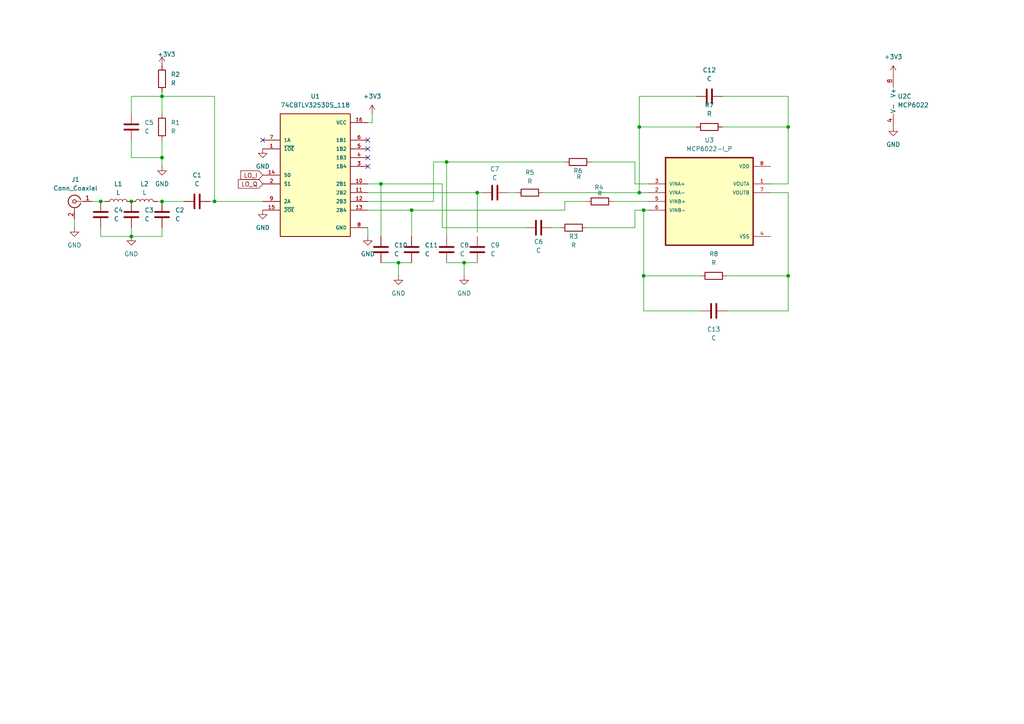
<source format=kicad_sch>
(kicad_sch (version 20250114) (generator "eeschema") (generator_version "9.0")
  (paper "A4")
  (lib_symbols
    (symbol "74CBTLV3253DS_118:74CBTLV3253DS_118" (pin_names (offset 1.016))
      (property "Reference" "U" (at -10.16 18.542 0))
      (property "Value" "74CBTLV3253DS_118" (at -10.16 -20.32 0))
      (symbol "74CBTLV3253DS_118_0_0"
        (rectangle (start -10.16 -17.78) (end 10.16 17.78) (stroke (width 0.254)) (fill (type background)))
        (pin bidirectional line (at -15.24 10.16 0) (length 5.08) (name "1A") (number "7"))
        (pin input line (at -15.24 7.62 0) (length 5.08) (name "~{1OE}") (number "1"))
        (pin input line (at -15.24 0 0) (length 5.08) (name "S0") (number "14"))
        (pin input line (at -15.24 -2.54 0) (length 5.08) (name "S1") (number "2"))
        (pin bidirectional line (at -15.24 -7.62 0) (length 5.08) (name "2A") (number "9"))
        (pin input line (at -15.24 -10.16 0) (length 5.08) (name "~{2OE}") (number "15"))
        (pin power_in line (at 15.24 15.24 180) (length 5.08) (name "VCC") (number "16"))
        (pin bidirectional line (at 15.24 10.16 180) (length 5.08) (name "1B1") (number "6"))
        (pin bidirectional line (at 15.24 7.62 180) (length 5.08) (name "1B2") (number "5"))
        (pin bidirectional line (at 15.24 5.08 180) (length 5.08) (name "1B3") (number "4"))
        (pin bidirectional line (at 15.24 2.54 180) (length 5.08) (name "1B4") (number "3"))
        (pin bidirectional line (at 15.24 -2.54 180) (length 5.08) (name "2B1") (number "10"))
        (pin bidirectional line (at 15.24 -5.08 180) (length 5.08) (name "2B2") (number "11"))
        (pin bidirectional line (at 15.24 -7.62 180) (length 5.08) (name "2B3") (number "12"))
        (pin bidirectional line (at 15.24 -10.16 180) (length 5.08) (name "2B4") (number "13"))
        (pin power_in line (at 15.24 -15.24 180) (length 5.08) (name "GND") (number "8"))
      )
    )
    (symbol "Amplifier_Operational:MCP6022" (pin_names (offset 0.127))
      (property "Reference" "U" (at 0 5.08 0))
      (property "Value" "MCP6022" (at 0 -5.08 0))
      (symbol "MCP6022_1_1"
        (polyline (pts (xy -5.08 5.08) (xy 5.08 0) (xy -5.08 -5.08) (xy -5.08 5.08)) (stroke (width 0.254)) (fill (type background)))
        (pin input line (at -7.62 2.54 0) (length 2.54) (name "+") (number "3"))
        (pin input line (at -7.62 -2.54 0) (length 2.54) (name "-") (number "2"))
        (pin output line (at 7.62 0 180) (length 2.54) (name "~") (number "1"))
      )
      (symbol "MCP6022_2_1"
        (polyline (pts (xy -5.08 5.08) (xy 5.08 0) (xy -5.08 -5.08) (xy -5.08 5.08)) (stroke (width 0.254)) (fill (type background)))
        (pin input line (at -7.62 2.54 0) (length 2.54) (name "+") (number "5"))
        (pin input line (at -7.62 -2.54 0) (length 2.54) (name "-") (number "6"))
        (pin output line (at 7.62 0 180) (length 2.54) (name "~") (number "7"))
      )
      (symbol "MCP6022_3_1"
        (pin power_in line (at -2.54 7.62 270) (length 3.81) (name "V+") (number "8"))
        (pin power_in line (at -2.54 -7.62 90) (length 3.81) (name "V-") (number "4"))
      )
    )
    (symbol "Connector:Conn_Coaxial" (pin_names (offset 1.016) (hide yes))
      (property "Reference" "J" (at 0.254 3.048 0))
      (property "Value" "Conn_Coaxial" (at 2.921 0 90))
      (symbol "Conn_Coaxial_0_1"
        (polyline (pts (xy -2.54 0) (xy -0.508 0)))
        (arc (start 1.778 0) (mid 0.222 -1.8079) (end -1.778 -0.508) (stroke (width 0.254)))
        (arc (start -1.778 0.508) (mid 0.2221 1.8084) (end 1.778 0) (stroke (width 0.254)))
        (circle (center 0 0) (radius 0.508) (stroke (width 0.2032)))
        (polyline (pts (xy 0 -2.54) (xy 0 -1.778)))
      )
      (symbol "Conn_Coaxial_1_1"
        (pin passive line (at -5.08 0 0) (length 2.54) (name "In") (number "1"))
        (pin passive line (at 0 -5.08 90) (length 2.54) (name "Ext") (number "2"))
      )
    )
    (symbol "Device:C" (pin_numbers (hide yes)) (pin_names (offset 0.254))
      (property "Reference" "C" (at 0.635 2.54 0))
      (property "Value" "C" (at 0.635 -2.54 0))
      (symbol "C_0_1"
        (polyline (pts (xy -2.032 0.762) (xy 2.032 0.762)) (stroke (width 0.508)))
        (polyline (pts (xy -2.032 -0.762) (xy 2.032 -0.762)) (stroke (width 0.508)))
      )
      (symbol "C_1_1"
        (pin passive line (at 0 3.81 270) (length 2.794) (name "~") (number "1"))
        (pin passive line (at 0 -3.81 90) (length 2.794) (name "~") (number "2"))
      )
    )
    (symbol "Device:L" (pin_numbers (hide yes)) (pin_names (offset 1.016) (hide yes))
      (property "Reference" "L" (at -1.27 0 90))
      (property "Value" "L" (at 1.905 0 90))
      (symbol "L_0_1"
        (arc (start 0 2.54) (mid 0.6323 1.905) (end 0 1.27))
        (arc (start 0 1.27) (mid 0.6323 0.635) (end 0 0))
        (arc (start 0 0) (mid 0.6323 -0.635) (end 0 -1.27))
        (arc (start 0 -1.27) (mid 0.6323 -1.905) (end 0 -2.54))
      )
      (symbol "L_1_1"
        (pin passive line (at 0 3.81 270) (length 1.27) (name "1") (number "1"))
        (pin passive line (at 0 -3.81 90) (length 1.27) (name "2") (number "2"))
      )
    )
    (symbol "Device:R" (pin_numbers (hide yes)) (pin_names (offset 0))
      (property "Reference" "R" (at 2.032 0 90))
      (property "Value" "R" (at 0 0 90))
      (symbol "R_0_1"
        (rectangle (start -1.016 -2.54) (end 1.016 2.54) (stroke (width 0.254)))
      )
      (symbol "R_1_1"
        (pin passive line (at 0 3.81 270) (length 1.27) (name "~") (number "1"))
        (pin passive line (at 0 -3.81 90) (length 1.27) (name "~") (number "2"))
      )
    )
    (symbol "MCP6022-I_P:MCP6022-I_P" (pin_names (offset 1.016))
      (property "Reference" "U" (at -12.7 13.7 0))
      (property "Value" "MCP6022-I_P" (at -12.7 -16.7 0))
      (symbol "MCP6022-I_P_0_0"
        (rectangle (start -12.7 -12.7) (end 12.7 12.7) (stroke (width 0.41)) (fill (type background)))
        (pin input line (at -17.78 5.08 0) (length 5.08) (name "VINA+") (number "3"))
        (pin input line (at -17.78 2.54 0) (length 5.08) (name "VINA-") (number "2"))
        (pin input line (at -17.78 0 0) (length 5.08) (name "VINB+") (number "5"))
        (pin input line (at -17.78 -2.54 0) (length 5.08) (name "VINB-") (number "6"))
        (pin power_in line (at 17.78 10.16 180) (length 5.08) (name "VDD") (number "8"))
        (pin output line (at 17.78 5.08 180) (length 5.08) (name "VOUTA") (number "1"))
        (pin output line (at 17.78 2.54 180) (length 5.08) (name "VOUTB") (number "7"))
        (pin power_in line (at 17.78 -10.16 180) (length 5.08) (name "VSS") (number "4"))
      )
    )
    (symbol "power:+3V3" (power) (pin_numbers (hide yes)) (pin_names (offset 0) (hide yes))
      (property "Value" "+3V3" (at 0 3.556 0))
      (symbol "+3V3_0_1"
        (polyline (pts (xy -0.762 1.27) (xy 0 2.54)))
        (polyline (pts (xy 0 2.54) (xy 0.762 1.27)))
        (polyline (pts (xy 0 0) (xy 0 2.54)))
      )
      (symbol "+3V3_1_1"
        (pin power_in line (at 0 0 90) (length 0) (name "~") (number "1"))
      )
    )
    (symbol "power:GND" (power) (pin_numbers (hide yes)) (pin_names (offset 0) (hide yes))
      (property "Value" "GND" (at 0 -3.81 0))
      (symbol "GND_0_1"
        (polyline (pts (xy 0 0) (xy 0 -1.27) (xy 1.27 -1.27) (xy 0 -2.54) (xy -1.27 -1.27) (xy 0 -1.27)))
      )
      (symbol "GND_1_1"
        (pin power_in line (at 0 0 270) (length 0) (name "~") (number "1"))
      )
    )
  )
  (junction (at 38.1 58.42))
  (junction (at 138.43 55.88))
  (junction (at 62.23 58.42))
  (junction (at 119.38 60.96))
  (junction (at 134.62 76.2))
  (junction (at 186.69 80.01))
  (junction (at 228.6 36.83))
  (junction (at 115.57 76.2))
  (junction (at 29.21 58.42))
  (junction (at 185.42 55.88))
  (junction (at 185.42 36.83))
  (junction (at 38.1 68.58))
  (junction (at 129.54 46.99))
  (junction (at 46.99 27.94))
  (junction (at 46.99 45.72))
  (junction (at 46.99 58.42))
  (junction (at 228.6 80.01))
  (junction (at 110.49 53.34))
  (junction (at 186.69 60.96))
  (no_connect (at 106.68 40.64))
  (no_connect (at 106.68 45.72))
  (no_connect (at 106.68 43.18))
  (no_connect (at 106.68 48.26))
  (no_connect (at 76.2 40.64))
  (wire (pts (xy 46.99 58.42) (xy 53.34 58.42)))
  (wire (pts (xy 125.73 46.99) (xy 129.54 46.99)))
  (wire (pts (xy 138.43 55.88) (xy 139.7 55.88)))
  (wire (pts (xy 62.23 27.94) (xy 62.23 58.42)))
  (wire (pts (xy 38.1 27.94) (xy 38.1 33.02)))
  (wire (pts (xy 107.95 35.56) (xy 106.68 35.56)))
  (wire (pts (xy 110.49 53.34) (xy 110.49 68.58)))
  (wire (pts (xy 46.99 45.72) (xy 46.99 48.26)))
  (wire (pts (xy 119.38 60.96) (xy 119.38 68.58)))
  (wire (pts (xy 185.42 36.83) (xy 185.42 55.88)))
  (wire (pts (xy 228.6 36.83) (xy 209.55 36.83)))
  (wire (pts (xy 46.99 40.64) (xy 46.99 45.72)))
  (wire (pts (xy 186.69 80.01) (xy 203.2 80.01)))
  (wire (pts (xy 185.42 27.94) (xy 185.42 36.83)))
  (wire (pts (xy 45.72 58.42) (xy 46.99 58.42)))
  (wire (pts (xy 29.21 58.42) (xy 30.48 58.42)))
  (wire (pts (xy 228.6 80.01) (xy 228.6 90.17)))
  (wire (pts (xy 115.57 76.2) (xy 115.57 80.01)))
  (wire (pts (xy 60.96 58.42) (xy 62.23 58.42)))
  (wire (pts (xy 209.55 27.94) (xy 228.6 27.94)))
  (wire (pts (xy 110.49 76.2) (xy 115.57 76.2)))
  (wire (pts (xy 184.15 66.04) (xy 184.15 60.96)))
  (wire (pts (xy 129.54 46.99) (xy 129.54 68.58)))
  (wire (pts (xy 147.32 55.88) (xy 149.86 55.88)))
  (wire (pts (xy 107.95 33.02) (xy 107.95 35.56)))
  (wire (pts (xy 106.68 58.42) (xy 125.73 58.42)))
  (wire (pts (xy 186.69 60.96) (xy 186.69 80.01)))
  (wire (pts (xy 228.6 55.88) (xy 223.52 55.88)))
  (wire (pts (xy 163.83 60.96) (xy 163.83 58.42)))
  (wire (pts (xy 129.54 46.99) (xy 163.83 46.99)))
  (wire (pts (xy 29.21 68.58) (xy 38.1 68.58)))
  (wire (pts (xy 125.73 58.42) (xy 125.73 46.99)))
  (wire (pts (xy 171.45 46.99) (xy 184.15 46.99)))
  (wire (pts (xy 119.38 76.2) (xy 115.57 76.2)))
  (wire (pts (xy 110.49 53.34) (xy 128.27 53.34)))
  (wire (pts (xy 46.99 68.58) (xy 38.1 68.58)))
  (wire (pts (xy 223.52 53.34) (xy 228.6 53.34)))
  (wire (pts (xy 228.6 55.88) (xy 228.6 80.01)))
  (wire (pts (xy 128.27 66.04) (xy 152.4 66.04)))
  (wire (pts (xy 186.69 90.17) (xy 203.2 90.17)))
  (wire (pts (xy 21.59 63.5) (xy 21.59 66.04)))
  (wire (pts (xy 184.15 60.96) (xy 186.69 60.96)))
  (wire (pts (xy 38.1 27.94) (xy 46.99 27.94)))
  (wire (pts (xy 106.68 60.96) (xy 119.38 60.96)))
  (wire (pts (xy 186.69 80.01) (xy 186.69 90.17)))
  (wire (pts (xy 29.21 66.04) (xy 29.21 68.58)))
  (wire (pts (xy 46.99 27.94) (xy 46.99 33.02)))
  (wire (pts (xy 46.99 27.94) (xy 62.23 27.94)))
  (wire (pts (xy 160.02 66.04) (xy 162.56 66.04)))
  (wire (pts (xy 186.69 60.96) (xy 187.96 60.96)))
  (wire (pts (xy 201.93 27.94) (xy 185.42 27.94)))
  (wire (pts (xy 170.18 66.04) (xy 184.15 66.04)))
  (wire (pts (xy 46.99 26.67) (xy 46.99 27.94)))
  (wire (pts (xy 106.68 53.34) (xy 110.49 53.34)))
  (wire (pts (xy 128.27 53.34) (xy 128.27 66.04)))
  (wire (pts (xy 210.82 90.17) (xy 228.6 90.17)))
  (wire (pts (xy 228.6 53.34) (xy 228.6 36.83)))
  (wire (pts (xy 210.82 80.01) (xy 228.6 80.01)))
  (wire (pts (xy 134.62 76.2) (xy 134.62 80.01)))
  (wire (pts (xy 38.1 66.04) (xy 38.1 68.58)))
  (wire (pts (xy 62.23 58.42) (xy 76.2 58.42)))
  (wire (pts (xy 228.6 27.94) (xy 228.6 36.83)))
  (wire (pts (xy 184.15 46.99) (xy 184.15 53.34)))
  (wire (pts (xy 46.99 66.04) (xy 46.99 68.58)))
  (wire (pts (xy 38.1 40.64) (xy 38.1 45.72)))
  (wire (pts (xy 106.68 55.88) (xy 138.43 55.88)))
  (wire (pts (xy 138.43 76.2) (xy 134.62 76.2)))
  (wire (pts (xy 26.67 58.42) (xy 29.21 58.42)))
  (wire (pts (xy 184.15 53.34) (xy 187.96 53.34)))
  (wire (pts (xy 138.43 55.88) (xy 138.43 67.31)))
  (wire (pts (xy 106.68 66.04) (xy 106.68 68.58)))
  (wire (pts (xy 163.83 58.42) (xy 170.18 58.42)))
  (wire (pts (xy 185.42 36.83) (xy 201.93 36.83)))
  (wire (pts (xy 129.54 76.2) (xy 134.62 76.2)))
  (wire (pts (xy 177.8 58.42) (xy 187.96 58.42)))
  (wire (pts (xy 185.42 55.88) (xy 187.96 55.88)))
  (wire (pts (xy 157.48 55.88) (xy 185.42 55.88)))
  (wire (pts (xy 119.38 60.96) (xy 163.83 60.96)))
  (wire (pts (xy 38.1 45.72) (xy 46.99 45.72)))
  (global_label "LO_Q" (shape input) (at 76.2 53.34 180) (property "Intersheetrefs" "${INTERSHEET_REFS}" (effects (hide yes))))
  (global_label "LO_I" (shape input) (at 76.2 50.8 180) (property "Intersheetrefs" "${INTERSHEET_REFS}" (effects (hide yes))))
  (symbol (lib_id "power:GND") (at 21.59 66.04 0) (unit 1)
    (property "Reference" "#PWR02" (effects (hide yes)))
    (property "Value" "GND" (at 21.59 71.12 0))
    (property "Description" "Power symbol creates a global label with name \"GND\" , ground" (effects (hide yes)))
  )
  (symbol (lib_id "Device:C") (at 119.38 72.39 180) (unit 1)
    (property "Reference" "C11" (at 123.19 71.1199 0) (effects (justify right)))
    (property "Value" "C" (at 123.19 73.6599 0) (effects (justify right)))
    (property "Description" "Unpolarized capacitor" (effects (hide yes)))
  )
  (symbol (lib_id "power:GND") (at 38.1 68.58 0) (unit 1)
    (property "Reference" "#PWR01" (effects (hide yes)))
    (property "Value" "GND" (at 38.1 73.66 0))
    (property "Description" "Power symbol creates a global label with name \"GND\" , ground" (effects (hide yes)))
  )
  (symbol (lib_id "Device:C") (at 38.1 62.23 180) (unit 1)
    (property "Reference" "C3" (at 41.91 60.9599 0) (effects (justify right)))
    (property "Value" "C" (at 41.91 63.4999 0) (effects (justify right)))
    (property "Description" "Unpolarized capacitor" (effects (hide yes)))
  )
  (symbol (lib_id "Device:R") (at 46.99 22.86 0) (unit 1)
    (property "Reference" "R2" (at 49.53 21.5899 0) (effects (justify left)))
    (property "Value" "R" (at 49.53 24.1299 0) (effects (justify left)))
    (property "Description" "Resistor" (effects (hide yes)))
  )
  (symbol (lib_id "Device:C") (at 29.21 62.23 180) (unit 1)
    (property "Reference" "C4" (at 33.02 60.9599 0) (effects (justify right)))
    (property "Value" "C" (at 33.02 63.4999 0) (effects (justify right)))
    (property "Description" "Unpolarized capacitor" (effects (hide yes)))
  )
  (symbol (lib_id "Device:C") (at 207.01 90.17 90) (unit 1)
    (property "Reference" "C13" (at 207.01 95.504 90))
    (property "Value" "C" (at 207.01 98.044 90))
    (property "Description" "Unpolarized capacitor" (effects (hide yes)))
  )
  (symbol (lib_id "Device:R") (at 166.37 66.04 90) (unit 1)
    (property "Reference" "R3" (at 166.37 68.58 90))
    (property "Value" "R" (at 166.37 71.12 90))
    (property "Description" "Resistor" (effects (hide yes)))
  )
  (symbol (lib_id "Device:R") (at 153.67 55.88 90) (unit 1)
    (property "Reference" "R5" (at 153.67 50.038 90))
    (property "Value" "R" (at 153.67 52.578 90))
    (property "Description" "Resistor" (effects (hide yes)))
  )
  (symbol (lib_id "Device:C") (at 143.51 55.88 90) (unit 1)
    (property "Reference" "C7" (at 143.51 49.022 90))
    (property "Value" "C" (at 143.51 51.562 90))
    (property "Description" "Unpolarized capacitor" (effects (hide yes)))
  )
  (symbol (lib_id "Device:R") (at 207.01 80.01 90) (unit 1)
    (property "Reference" "R8" (at 207.01 73.66 90))
    (property "Value" "R" (at 207.01 76.2 90))
    (property "Description" "Resistor" (effects (hide yes)))
  )
  (symbol (lib_id "Device:C") (at 156.21 66.04 90) (unit 1)
    (property "Reference" "C6" (at 156.21 70.104 90))
    (property "Value" "C" (at 156.21 72.644 90))
    (property "Description" "Unpolarized capacitor" (effects (hide yes)))
  )
  (symbol (lib_id "power:GND") (at 259.08 36.83 0) (unit 1)
    (property "Reference" "#PWR08" (effects (hide yes)))
    (property "Value" "GND" (at 259.08 41.91 0))
    (property "Description" "Power symbol creates a global label with name \"GND\" , ground" (effects (hide yes)))
  )
  (symbol (lib_id "Device:C") (at 38.1 36.83 0) (unit 1)
    (property "Reference" "C5" (at 41.91 35.5599 0) (effects (justify left)))
    (property "Value" "C" (at 41.91 38.0999 0) (effects (justify left)))
    (property "Description" "Unpolarized capacitor" (effects (hide yes)))
  )
  (symbol (lib_id "Connector:Conn_Coaxial") (at 21.59 58.42 0) (mirror y) (unit 1)
    (property "Reference" "J1" (at 21.9074 52.07 0))
    (property "Value" "Conn_Coaxial" (at 21.9074 54.61 0))
    (property "Description" "coaxial connector (BNC, SMA, SMB, SMC, Cinch/RCA, LEMO, ...)" (effects (hide yes)))
  )
  (symbol (lib_id "Device:C") (at 46.99 62.23 180) (unit 1)
    (property "Reference" "C2" (at 50.8 60.9599 0) (effects (justify right)))
    (property "Value" "C" (at 50.8 63.4999 0) (effects (justify right)))
    (property "Description" "Unpolarized capacitor" (effects (hide yes)))
  )
  (symbol (lib_id "power:GND") (at 76.2 60.96 0) (unit 1)
    (property "Reference" "#PWR06" (effects (hide yes)))
    (property "Value" "GND" (at 76.2 66.04 0))
    (property "Description" "Power symbol creates a global label with name \"GND\" , ground" (effects (hide yes)))
  )
  (symbol (lib_id "Amplifier_Operational:MCP6022") (at 261.62 29.21 0) (unit 3)
    (property "Reference" "U2" (at 260.35 27.9399 0) (effects (justify left)))
    (property "Value" "MCP6022" (at 260.35 30.4799 0) (effects (justify left)))
    (property "Datasheet" "http://ww1.microchip.com/downloads/en/devicedoc/20001685e.pdf" (effects (hide yes)))
    (property "Description" "Dual Operational Amplifiers, Rail-to-Rail Input/Output, DIP-8/SOIC-8/TSSOP-8" (effects (hide yes)))
  )
  (symbol (lib_id "power:GND") (at 115.57 80.01 0) (unit 1)
    (property "Reference" "#PWR012" (effects (hide yes)))
    (property "Value" "GND" (at 115.57 85.09 0))
    (property "Description" "Power symbol creates a global label with name \"GND\" , ground" (effects (hide yes)))
  )
  (symbol (lib_id "Device:R") (at 205.74 36.83 90) (unit 1)
    (property "Reference" "R7" (at 205.74 30.48 90))
    (property "Value" "R" (at 205.74 33.02 90))
    (property "Description" "Resistor" (effects (hide yes)))
  )
  (symbol (lib_id "power:GND") (at 106.68 68.58 0) (unit 1)
    (property "Reference" "#PWR010" (effects (hide yes)))
    (property "Value" "GND" (at 106.68 73.66 0))
    (property "Description" "Power symbol creates a global label with name \"GND\" , ground" (effects (hide yes)))
  )
  (symbol (lib_id "Device:C") (at 138.43 72.39 180) (unit 1)
    (property "Reference" "C9" (at 142.24 71.1199 0) (effects (justify right)))
    (property "Value" "C" (at 142.24 73.6599 0) (effects (justify right)))
    (property "Description" "Unpolarized capacitor" (effects (hide yes)))
  )
  (symbol (lib_id "MCP6022-I_P:MCP6022-I_P") (at 205.74 58.42 0) (unit 1)
    (property "Reference" "U3" (at 205.74 40.64 0))
    (property "Value" "MCP6022-I_P" (at 205.74 43.18 0))
    (property "Footprint" "MCP6022-I_P:DIP787W46P254L927H533Q8" (effects (hide yes)))
    (property "MF" "Microchip" (effects (hide yes)))
    (property "Description_1" "Microchip Dual Op Amp 10MHz Rail-Rail 8-Pin PDIP | Microchip Technology Inc. MCP6022-I/P" (effects (hide yes)))
    (property "Package" "DIP-8 Microchip" (effects (hide yes)))
    (property "Price" "None" (effects (hide yes)))
    (property "SnapEDA_Link" "https://www.snapeda.com/parts/MCP6022-I/P/Microchip/view-part/?ref=snap" (effects (hide yes)))
    (property "MP" "MCP6022-I/P" (effects (hide yes)))
    (property "Availability" "In Stock" (effects (hide yes)))
    (property "Check_prices" "https://www.snapeda.com/parts/MCP6022-I/P/Microchip/view-part/?ref=eda" (effects (hide yes)))
  )
  (symbol (lib_id "power:GND") (at 76.2 43.18 0) (unit 1)
    (property "Reference" "#PWR05" (effects (hide yes)))
    (property "Value" "GND" (at 76.2 48.26 0))
    (property "Description" "Power symbol creates a global label with name \"GND\" , ground" (effects (hide yes)))
  )
  (symbol (lib_id "power:GND") (at 134.62 80.01 0) (unit 1)
    (property "Reference" "#PWR011" (effects (hide yes)))
    (property "Value" "GND" (at 134.62 85.09 0))
    (property "Description" "Power symbol creates a global label with name \"GND\" , ground" (effects (hide yes)))
  )
  (symbol (lib_id "Device:L") (at 34.29 58.42 90) (unit 1)
    (property "Reference" "L1" (at 34.29 53.34 90))
    (property "Value" "L" (at 34.29 55.88 90))
    (property "Description" "Inductor" (effects (hide yes)))
  )
  (symbol (lib_id "Device:C") (at 205.74 27.94 90) (unit 1)
    (property "Reference" "C12" (at 205.74 20.32 90))
    (property "Value" "C" (at 205.74 22.86 90))
    (property "Description" "Unpolarized capacitor" (effects (hide yes)))
  )
  (symbol (lib_id "power:GND") (at 46.99 48.26 0) (unit 1)
    (property "Reference" "#PWR04" (effects (hide yes)))
    (property "Value" "GND" (at 46.99 53.34 0))
    (property "Description" "Power symbol creates a global label with name \"GND\" , ground" (effects (hide yes)))
  )
  (symbol (lib_id "74CBTLV3253DS_118:74CBTLV3253DS_118") (at 91.44 50.8 0) (unit 1)
    (property "Reference" "U1" (at 91.44 27.94 0))
    (property "Value" "74CBTLV3253DS_118" (at 91.44 30.48 0))
    (property "Footprint" "74CBTLV3253DS_118:IC_74CBTLV3253DS_118" (effects (hide yes)))
    (property "MF" "Nexperia" (effects (hide yes)))
    (property "DESCRIPTION" "Multiplexer/Demultiplexer Bus Switch 1-Element CMOS 8-IN 16-Pin SSOP T/R" (effects (hide yes)))
    (property "PACKAGE" "SSOP16-16 Nexperia" (effects (hide yes)))
    (property "PRICE" "None" (effects (hide yes)))
    (property "Package" "SSOP16-16 Nexperia" (effects (hide yes)))
    (property "Check_prices" "https://www.snapeda.com/parts/74CBTLV3253DS,118/Nexperia/view-part/?ref=eda" (effects (hide yes)))
    (property "Price" "None" (effects (hide yes)))
    (property "SnapEDA_Link" "https://www.snapeda.com/parts/74CBTLV3253DS,118/Nexperia/view-part/?ref=snap" (effects (hide yes)))
    (property "MP" "74CBTLV3253DS,118" (effects (hide yes)))
    (property "Description_1" "Multiplexer/Demultiplexer Bus Switch 1-Element CMOS 8-IN 16-Pin SSOP T/R" (effects (hide yes)))
    (property "Availability" "In Stock" (effects (hide yes)))
    (property "AVAILABILITY" "In Stock" (effects (hide yes)))
    (property "PURCHASE-URL" "https://pricing.snapeda.com/search/part/74CBTLV3253DS,118/?ref=eda" (effects (hide yes)))
  )
  (symbol (lib_id "Device:C") (at 129.54 72.39 180) (unit 1)
    (property "Reference" "C8" (at 133.35 71.1199 0) (effects (justify right)))
    (property "Value" "C" (at 133.35 73.6599 0) (effects (justify right)))
    (property "Description" "Unpolarized capacitor" (effects (hide yes)))
  )
  (symbol (lib_id "Device:R") (at 46.99 36.83 0) (unit 1)
    (property "Reference" "R1" (at 49.53 35.5599 0) (effects (justify left)))
    (property "Value" "R" (at 49.53 38.0999 0) (effects (justify left)))
    (property "Description" "Resistor" (effects (hide yes)))
  )
  (symbol (lib_id "Device:L") (at 41.91 58.42 90) (unit 1)
    (property "Reference" "L2" (at 41.91 53.34 90))
    (property "Value" "L" (at 41.91 55.88 90))
    (property "Description" "Inductor" (effects (hide yes)))
  )
  (symbol (lib_id "Device:R") (at 173.99 58.42 90) (unit 1)
    (property "Reference" "R4" (at 173.736 54.356 90))
    (property "Value" "R" (at 173.99 56.134 90))
    (property "Description" "Resistor" (effects (hide yes)))
  )
  (symbol (lib_id "power:+3V3") (at 107.95 33.02 0) (unit 1)
    (property "Reference" "#PWR09" (effects (hide yes)))
    (property "Value" "+3V3" (at 107.95 27.94 0))
    (property "Description" "Power symbol creates a global label with name \"+3V3\"" (effects (hide yes)))
  )
  (symbol (lib_id "Device:R") (at 167.64 46.99 90) (unit 1)
    (property "Reference" "R6" (at 167.64 49.53 90))
    (property "Value" "R" (at 167.894 51.308 90))
    (property "Description" "Resistor" (effects (hide yes)))
  )
  (symbol (lib_id "power:+3V3") (at 259.08 21.59 0) (unit 1)
    (property "Reference" "#PWR07" (effects (hide yes)))
    (property "Value" "+3V3" (at 259.08 16.51 0))
    (property "Description" "Power symbol creates a global label with name \"+3V3\"" (effects (hide yes)))
  )
  (symbol (lib_id "Device:C") (at 57.15 58.42 90) (unit 1)
    (property "Reference" "C1" (at 57.15 50.8 90))
    (property "Value" "C" (at 57.15 53.34 90))
    (property "Description" "Unpolarized capacitor" (effects (hide yes)))
  )
  (symbol (lib_id "power:+3V3") (at 46.99 19.05 0) (unit 1)
    (property "Reference" "#PWR03" (effects (hide yes)))
    (property "Value" "+3V3" (at 48.26 15.748 0))
    (property "Description" "Power symbol creates a global label with name \"+3V3\"" (effects (hide yes)))
  )
  (symbol (lib_id "Device:C") (at 110.49 72.39 180) (unit 1)
    (property "Reference" "C10" (at 114.3 71.1199 0) (effects (justify right)))
    (property "Value" "C" (at 114.3 73.6599 0) (effects (justify right)))
    (property "Description" "Unpolarized capacitor" (effects (hide yes)))
  )
)
</source>
